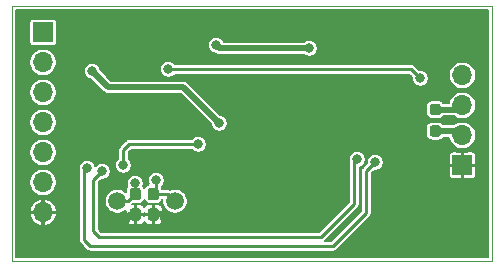
<source format=gbr>
%TF.GenerationSoftware,KiCad,Pcbnew,(5.1.8)-1*%
%TF.CreationDate,2021-01-01T00:53:38+08:00*%
%TF.ProjectId,MCP2517FD-Breakout,4d435032-3531-4374-9644-2d427265616b,rev?*%
%TF.SameCoordinates,Original*%
%TF.FileFunction,Copper,L2,Bot*%
%TF.FilePolarity,Positive*%
%FSLAX46Y46*%
G04 Gerber Fmt 4.6, Leading zero omitted, Abs format (unit mm)*
G04 Created by KiCad (PCBNEW (5.1.8)-1) date 2021-01-01 00:53:38*
%MOMM*%
%LPD*%
G01*
G04 APERTURE LIST*
%TA.AperFunction,Profile*%
%ADD10C,0.050000*%
%TD*%
%TA.AperFunction,ComponentPad*%
%ADD11C,1.500000*%
%TD*%
%TA.AperFunction,ComponentPad*%
%ADD12O,1.700000X1.700000*%
%TD*%
%TA.AperFunction,ComponentPad*%
%ADD13R,1.700000X1.700000*%
%TD*%
%TA.AperFunction,ViaPad*%
%ADD14C,0.800000*%
%TD*%
%TA.AperFunction,Conductor*%
%ADD15C,0.508000*%
%TD*%
%TA.AperFunction,Conductor*%
%ADD16C,0.254000*%
%TD*%
%TA.AperFunction,Conductor*%
%ADD17C,0.127000*%
%TD*%
%TA.AperFunction,Conductor*%
%ADD18C,0.100000*%
%TD*%
G04 APERTURE END LIST*
D10*
X157480000Y-86360000D02*
X157480000Y-107950000D01*
X119888000Y-86360000D02*
X116840000Y-86360000D01*
X157480000Y-86360000D02*
X119888000Y-86360000D01*
X126746000Y-107950000D02*
X157480000Y-107950000D01*
X116840000Y-107950000D02*
X126746000Y-107950000D01*
X116840000Y-86360000D02*
X116840000Y-107950000D01*
D11*
%TO.P,Y1,2*%
%TO.N,Net-(C3-Pad1)*%
X130610000Y-102870000D03*
%TO.P,Y1,1*%
%TO.N,Net-(C2-Pad1)*%
X125730000Y-102870000D03*
%TD*%
%TO.P,R2,2*%
%TO.N,/CANL*%
%TA.AperFunction,SMDPad,CuDef*%
G36*
G01*
X152416500Y-96437000D02*
X152891500Y-96437000D01*
G75*
G02*
X153129000Y-96674500I0J-237500D01*
G01*
X153129000Y-97174500D01*
G75*
G02*
X152891500Y-97412000I-237500J0D01*
G01*
X152416500Y-97412000D01*
G75*
G02*
X152179000Y-97174500I0J237500D01*
G01*
X152179000Y-96674500D01*
G75*
G02*
X152416500Y-96437000I237500J0D01*
G01*
G37*
%TD.AperFunction*%
%TO.P,R2,1*%
%TO.N,/CANH*%
%TA.AperFunction,SMDPad,CuDef*%
G36*
G01*
X152416500Y-94612000D02*
X152891500Y-94612000D01*
G75*
G02*
X153129000Y-94849500I0J-237500D01*
G01*
X153129000Y-95349500D01*
G75*
G02*
X152891500Y-95587000I-237500J0D01*
G01*
X152416500Y-95587000D01*
G75*
G02*
X152179000Y-95349500I0J237500D01*
G01*
X152179000Y-94849500D01*
G75*
G02*
X152416500Y-94612000I237500J0D01*
G01*
G37*
%TD.AperFunction*%
%TD*%
D12*
%TO.P,J2,4*%
%TO.N,N/C*%
X154940000Y-92202000D03*
%TO.P,J2,3*%
%TO.N,/CANH*%
X154940000Y-94742000D03*
%TO.P,J2,2*%
%TO.N,/CANL*%
X154940000Y-97282000D03*
D13*
%TO.P,J2,1*%
%TO.N,GND*%
X154940000Y-99822000D03*
%TD*%
D12*
%TO.P,J1,7*%
%TO.N,GND*%
X119450000Y-103810000D03*
%TO.P,J1,6*%
%TO.N,/nINT*%
X119450000Y-101270000D03*
%TO.P,J1,5*%
%TO.N,/SCK*%
X119450000Y-98730000D03*
%TO.P,J1,4*%
%TO.N,/nCS*%
X119450000Y-96190000D03*
%TO.P,J1,3*%
%TO.N,/SDO*%
X119450000Y-93650000D03*
%TO.P,J1,2*%
%TO.N,/SDI*%
X119450000Y-91110000D03*
D13*
%TO.P,J1,1*%
%TO.N,+5V*%
X119450000Y-88570000D03*
%TD*%
%TO.P,C3,2*%
%TO.N,GND*%
%TA.AperFunction,SMDPad,CuDef*%
G36*
G01*
X128540500Y-103449000D02*
X129015500Y-103449000D01*
G75*
G02*
X129253000Y-103686500I0J-237500D01*
G01*
X129253000Y-104286500D01*
G75*
G02*
X129015500Y-104524000I-237500J0D01*
G01*
X128540500Y-104524000D01*
G75*
G02*
X128303000Y-104286500I0J237500D01*
G01*
X128303000Y-103686500D01*
G75*
G02*
X128540500Y-103449000I237500J0D01*
G01*
G37*
%TD.AperFunction*%
%TO.P,C3,1*%
%TO.N,Net-(C3-Pad1)*%
%TA.AperFunction,SMDPad,CuDef*%
G36*
G01*
X128540500Y-101724000D02*
X129015500Y-101724000D01*
G75*
G02*
X129253000Y-101961500I0J-237500D01*
G01*
X129253000Y-102561500D01*
G75*
G02*
X129015500Y-102799000I-237500J0D01*
G01*
X128540500Y-102799000D01*
G75*
G02*
X128303000Y-102561500I0J237500D01*
G01*
X128303000Y-101961500D01*
G75*
G02*
X128540500Y-101724000I237500J0D01*
G01*
G37*
%TD.AperFunction*%
%TD*%
%TO.P,C2,2*%
%TO.N,GND*%
%TA.AperFunction,SMDPad,CuDef*%
G36*
G01*
X127016500Y-103449000D02*
X127491500Y-103449000D01*
G75*
G02*
X127729000Y-103686500I0J-237500D01*
G01*
X127729000Y-104286500D01*
G75*
G02*
X127491500Y-104524000I-237500J0D01*
G01*
X127016500Y-104524000D01*
G75*
G02*
X126779000Y-104286500I0J237500D01*
G01*
X126779000Y-103686500D01*
G75*
G02*
X127016500Y-103449000I237500J0D01*
G01*
G37*
%TD.AperFunction*%
%TO.P,C2,1*%
%TO.N,Net-(C2-Pad1)*%
%TA.AperFunction,SMDPad,CuDef*%
G36*
G01*
X127016500Y-101724000D02*
X127491500Y-101724000D01*
G75*
G02*
X127729000Y-101961500I0J-237500D01*
G01*
X127729000Y-102561500D01*
G75*
G02*
X127491500Y-102799000I-237500J0D01*
G01*
X127016500Y-102799000D01*
G75*
G02*
X126779000Y-102561500I0J237500D01*
G01*
X126779000Y-101961500D01*
G75*
G02*
X127016500Y-101724000I237500J0D01*
G01*
G37*
%TD.AperFunction*%
%TD*%
D14*
%TO.N,GND*%
X129794000Y-104394000D03*
X126492000Y-104394000D03*
X131572000Y-99822000D03*
X138176000Y-96774000D03*
X144018000Y-93726000D03*
X145034000Y-95250000D03*
X140208000Y-87884000D03*
X125476000Y-91694000D03*
X148590000Y-100838000D03*
X129794000Y-89408000D03*
%TO.N,+3V3*%
X134366000Y-96266000D03*
X123597500Y-91847500D03*
%TO.N,Net-(C2-Pad1)*%
X127254000Y-101346000D03*
%TO.N,Net-(C3-Pad1)*%
X129032000Y-101092000D03*
%TO.N,+5V*%
X134112000Y-89662000D03*
X141986000Y-89916000D03*
%TO.N,Net-(TP1-Pad1)*%
X126238000Y-99822000D03*
X132588000Y-98044000D03*
%TO.N,/xSTBY*%
X130048000Y-91694000D03*
X151384000Y-92456000D03*
%TO.N,/TXCAN*%
X123190000Y-100076000D03*
X147574000Y-99568000D03*
%TO.N,/RXCAN*%
X124460000Y-100330000D03*
X146050000Y-99314000D03*
%TD*%
D15*
%TO.N,GND*%
X128778000Y-103986500D02*
X129386500Y-103986500D01*
X129386500Y-103986500D02*
X129794000Y-104394000D01*
X126899500Y-103986500D02*
X126492000Y-104394000D01*
X127254000Y-103986500D02*
X126899500Y-103986500D01*
%TO.N,+3V3*%
X134366000Y-96266000D02*
X131318000Y-93218000D01*
X124968000Y-93218000D02*
X123597500Y-91847500D01*
X131318000Y-93218000D02*
X124968000Y-93218000D01*
D16*
%TO.N,Net-(C2-Pad1)*%
X127254000Y-101346000D02*
X127254000Y-102261500D01*
X126645500Y-102870000D02*
X127254000Y-102261500D01*
X125730000Y-102870000D02*
X126645500Y-102870000D01*
%TO.N,Net-(C3-Pad1)*%
X129032000Y-102007500D02*
X128778000Y-102261500D01*
X129032000Y-101092000D02*
X129032000Y-102007500D01*
X130001500Y-102261500D02*
X130610000Y-102870000D01*
X128778000Y-102261500D02*
X130001500Y-102261500D01*
D15*
%TO.N,+5V*%
X134112000Y-89662000D02*
X134366000Y-89916000D01*
X134366000Y-89916000D02*
X141986000Y-89916000D01*
%TO.N,/CANH*%
X154582500Y-95099500D02*
X154940000Y-94742000D01*
X152654000Y-95099500D02*
X154582500Y-95099500D01*
%TO.N,/CANL*%
X154582500Y-96924500D02*
X154940000Y-97282000D01*
X152654000Y-96924500D02*
X154582500Y-96924500D01*
D16*
%TO.N,Net-(TP1-Pad1)*%
X126238000Y-98552000D02*
X126238000Y-99822000D01*
X126746000Y-98044000D02*
X126238000Y-98552000D01*
X132588000Y-98044000D02*
X126746000Y-98044000D01*
%TO.N,/xSTBY*%
X150622000Y-91694000D02*
X151384000Y-92456000D01*
X130048000Y-91694000D02*
X150622000Y-91694000D01*
%TO.N,/TXCAN*%
X123190000Y-100076000D02*
X122936000Y-100330000D01*
X122936000Y-100330000D02*
X122936000Y-106172000D01*
X122936000Y-106172000D02*
X123444000Y-106680000D01*
X123444000Y-106680000D02*
X144018000Y-106680000D01*
X144018000Y-106680000D02*
X146812000Y-103886000D01*
X146812000Y-103886000D02*
X146812000Y-100330000D01*
X146812000Y-100330000D02*
X147574000Y-99568000D01*
%TO.N,/RXCAN*%
X124460000Y-100330000D02*
X123952000Y-100838000D01*
X123952000Y-100838000D02*
X123698000Y-101092000D01*
X123698000Y-101092000D02*
X123698000Y-105410000D01*
X123698000Y-105410000D02*
X124206000Y-105918000D01*
X124206000Y-105918000D02*
X143002000Y-105918000D01*
X143002000Y-105918000D02*
X145796000Y-103124000D01*
X145796000Y-99568000D02*
X146050000Y-99314000D01*
X145796000Y-103124000D02*
X145796000Y-99568000D01*
%TD*%
D17*
%TO.N,GND*%
X157137501Y-107607500D02*
X117182500Y-107607500D01*
X117182500Y-104055085D01*
X118308514Y-104055085D01*
X118364724Y-104240396D01*
X118469543Y-104443853D01*
X118612041Y-104622951D01*
X118786741Y-104770808D01*
X118986930Y-104881742D01*
X119204914Y-104951489D01*
X119386500Y-104896400D01*
X119386500Y-103873500D01*
X119513500Y-103873500D01*
X119513500Y-104896400D01*
X119695086Y-104951489D01*
X119913070Y-104881742D01*
X120113259Y-104770808D01*
X120287959Y-104622951D01*
X120430457Y-104443853D01*
X120535276Y-104240396D01*
X120591486Y-104055085D01*
X120536271Y-103873500D01*
X119513500Y-103873500D01*
X119386500Y-103873500D01*
X118363729Y-103873500D01*
X118308514Y-104055085D01*
X117182500Y-104055085D01*
X117182500Y-103564915D01*
X118308514Y-103564915D01*
X118363729Y-103746500D01*
X119386500Y-103746500D01*
X119386500Y-102723600D01*
X119513500Y-102723600D01*
X119513500Y-103746500D01*
X120536271Y-103746500D01*
X120591486Y-103564915D01*
X120535276Y-103379604D01*
X120430457Y-103176147D01*
X120287959Y-102997049D01*
X120113259Y-102849192D01*
X119913070Y-102738258D01*
X119695086Y-102668511D01*
X119513500Y-102723600D01*
X119386500Y-102723600D01*
X119204914Y-102668511D01*
X118986930Y-102738258D01*
X118786741Y-102849192D01*
X118612041Y-102997049D01*
X118469543Y-103176147D01*
X118364724Y-103379604D01*
X118308514Y-103564915D01*
X117182500Y-103564915D01*
X117182500Y-101155011D01*
X118282500Y-101155011D01*
X118282500Y-101384989D01*
X118327366Y-101610547D01*
X118415375Y-101823019D01*
X118543144Y-102014238D01*
X118705762Y-102176856D01*
X118896981Y-102304625D01*
X119109453Y-102392634D01*
X119335011Y-102437500D01*
X119564989Y-102437500D01*
X119790547Y-102392634D01*
X120003019Y-102304625D01*
X120194238Y-102176856D01*
X120356856Y-102014238D01*
X120484625Y-101823019D01*
X120572634Y-101610547D01*
X120617500Y-101384989D01*
X120617500Y-101155011D01*
X120572634Y-100929453D01*
X120484625Y-100716981D01*
X120356856Y-100525762D01*
X120194238Y-100363144D01*
X120003019Y-100235375D01*
X119790547Y-100147366D01*
X119564989Y-100102500D01*
X119335011Y-100102500D01*
X119109453Y-100147366D01*
X118896981Y-100235375D01*
X118705762Y-100363144D01*
X118543144Y-100525762D01*
X118415375Y-100716981D01*
X118327366Y-100929453D01*
X118282500Y-101155011D01*
X117182500Y-101155011D01*
X117182500Y-100005332D01*
X122472500Y-100005332D01*
X122472500Y-100146668D01*
X122495847Y-100264039D01*
X122491500Y-100308171D01*
X122491500Y-100308180D01*
X122489351Y-100330000D01*
X122491500Y-100351820D01*
X122491501Y-106150170D01*
X122489351Y-106172000D01*
X122497933Y-106259137D01*
X122523349Y-106342925D01*
X122564624Y-106420145D01*
X122606255Y-106470872D01*
X122606259Y-106470876D01*
X122620172Y-106487829D01*
X122637125Y-106501742D01*
X123114258Y-106978876D01*
X123128171Y-106995829D01*
X123145124Y-107009742D01*
X123145126Y-107009744D01*
X123195853Y-107051375D01*
X123195855Y-107051376D01*
X123273074Y-107092651D01*
X123356863Y-107118068D01*
X123422170Y-107124500D01*
X123422179Y-107124500D01*
X123443999Y-107126649D01*
X123465819Y-107124500D01*
X143996180Y-107124500D01*
X144018000Y-107126649D01*
X144039820Y-107124500D01*
X144039830Y-107124500D01*
X144105137Y-107118068D01*
X144188926Y-107092651D01*
X144266145Y-107051376D01*
X144333829Y-106995829D01*
X144347747Y-106978870D01*
X147110877Y-104215741D01*
X147127829Y-104201829D01*
X147141742Y-104184876D01*
X147141745Y-104184873D01*
X147183376Y-104134146D01*
X147224651Y-104056926D01*
X147226752Y-104050000D01*
X147250068Y-103973137D01*
X147256500Y-103907830D01*
X147256500Y-103907820D01*
X147258649Y-103886000D01*
X147256500Y-103864180D01*
X147256500Y-100672000D01*
X153770964Y-100672000D01*
X153777094Y-100734241D01*
X153795249Y-100794090D01*
X153824731Y-100849247D01*
X153864407Y-100897593D01*
X153912753Y-100937269D01*
X153967910Y-100966751D01*
X154027759Y-100984906D01*
X154090000Y-100991036D01*
X154797125Y-100989500D01*
X154876500Y-100910125D01*
X154876500Y-99885500D01*
X155003500Y-99885500D01*
X155003500Y-100910125D01*
X155082875Y-100989500D01*
X155790000Y-100991036D01*
X155852241Y-100984906D01*
X155912090Y-100966751D01*
X155967247Y-100937269D01*
X156015593Y-100897593D01*
X156055269Y-100849247D01*
X156084751Y-100794090D01*
X156102906Y-100734241D01*
X156109036Y-100672000D01*
X156107500Y-99964875D01*
X156028125Y-99885500D01*
X155003500Y-99885500D01*
X154876500Y-99885500D01*
X153851875Y-99885500D01*
X153772500Y-99964875D01*
X153770964Y-100672000D01*
X147256500Y-100672000D01*
X147256500Y-100514117D01*
X147488139Y-100282478D01*
X147503332Y-100285500D01*
X147644668Y-100285500D01*
X147783287Y-100257927D01*
X147913864Y-100203841D01*
X148031380Y-100125319D01*
X148131319Y-100025380D01*
X148209841Y-99907864D01*
X148263927Y-99777287D01*
X148291500Y-99638668D01*
X148291500Y-99497332D01*
X148263927Y-99358713D01*
X148209841Y-99228136D01*
X148131319Y-99110620D01*
X148031380Y-99010681D01*
X147973491Y-98972000D01*
X153770964Y-98972000D01*
X153772500Y-99679125D01*
X153851875Y-99758500D01*
X154876500Y-99758500D01*
X154876500Y-98733875D01*
X155003500Y-98733875D01*
X155003500Y-99758500D01*
X156028125Y-99758500D01*
X156107500Y-99679125D01*
X156109036Y-98972000D01*
X156102906Y-98909759D01*
X156084751Y-98849910D01*
X156055269Y-98794753D01*
X156015593Y-98746407D01*
X155967247Y-98706731D01*
X155912090Y-98677249D01*
X155852241Y-98659094D01*
X155790000Y-98652964D01*
X155082875Y-98654500D01*
X155003500Y-98733875D01*
X154876500Y-98733875D01*
X154797125Y-98654500D01*
X154090000Y-98652964D01*
X154027759Y-98659094D01*
X153967910Y-98677249D01*
X153912753Y-98706731D01*
X153864407Y-98746407D01*
X153824731Y-98794753D01*
X153795249Y-98849910D01*
X153777094Y-98909759D01*
X153770964Y-98972000D01*
X147973491Y-98972000D01*
X147913864Y-98932159D01*
X147783287Y-98878073D01*
X147644668Y-98850500D01*
X147503332Y-98850500D01*
X147364713Y-98878073D01*
X147234136Y-98932159D01*
X147116620Y-99010681D01*
X147016681Y-99110620D01*
X146938159Y-99228136D01*
X146884073Y-99358713D01*
X146856500Y-99497332D01*
X146856500Y-99638668D01*
X146859522Y-99653861D01*
X146513127Y-100000256D01*
X146496172Y-100014171D01*
X146482259Y-100031124D01*
X146482255Y-100031128D01*
X146440624Y-100081855D01*
X146399349Y-100159075D01*
X146373933Y-100242863D01*
X146365351Y-100330000D01*
X146367501Y-100351830D01*
X146367500Y-103701882D01*
X143833883Y-106235500D01*
X143315793Y-106235500D01*
X143317829Y-106233829D01*
X143331747Y-106216870D01*
X146094877Y-103453741D01*
X146111829Y-103439829D01*
X146125742Y-103422876D01*
X146125745Y-103422873D01*
X146167376Y-103372146D01*
X146208651Y-103294926D01*
X146208651Y-103294925D01*
X146234068Y-103211137D01*
X146240500Y-103145830D01*
X146240500Y-103145820D01*
X146242649Y-103124000D01*
X146240500Y-103102180D01*
X146240500Y-100007664D01*
X146259287Y-100003927D01*
X146389864Y-99949841D01*
X146507380Y-99871319D01*
X146607319Y-99771380D01*
X146685841Y-99653864D01*
X146739927Y-99523287D01*
X146767500Y-99384668D01*
X146767500Y-99243332D01*
X146739927Y-99104713D01*
X146685841Y-98974136D01*
X146607319Y-98856620D01*
X146507380Y-98756681D01*
X146389864Y-98678159D01*
X146259287Y-98624073D01*
X146120668Y-98596500D01*
X145979332Y-98596500D01*
X145840713Y-98624073D01*
X145710136Y-98678159D01*
X145592620Y-98756681D01*
X145492681Y-98856620D01*
X145414159Y-98974136D01*
X145360073Y-99104713D01*
X145332500Y-99243332D01*
X145332500Y-99384668D01*
X145355847Y-99502042D01*
X145349351Y-99568000D01*
X145351501Y-99589830D01*
X145351500Y-102939882D01*
X142817883Y-105473500D01*
X124390118Y-105473500D01*
X124142500Y-105225883D01*
X124142500Y-104524000D01*
X126459964Y-104524000D01*
X126466094Y-104586241D01*
X126484249Y-104646090D01*
X126513731Y-104701247D01*
X126553407Y-104749593D01*
X126601753Y-104789269D01*
X126656910Y-104818751D01*
X126716759Y-104836906D01*
X126779000Y-104843036D01*
X127111125Y-104841500D01*
X127190500Y-104762125D01*
X127190500Y-104050000D01*
X127317500Y-104050000D01*
X127317500Y-104762125D01*
X127396875Y-104841500D01*
X127729000Y-104843036D01*
X127791241Y-104836906D01*
X127851090Y-104818751D01*
X127906247Y-104789269D01*
X127954593Y-104749593D01*
X127994269Y-104701247D01*
X128016000Y-104660591D01*
X128037731Y-104701247D01*
X128077407Y-104749593D01*
X128125753Y-104789269D01*
X128180910Y-104818751D01*
X128240759Y-104836906D01*
X128303000Y-104843036D01*
X128635125Y-104841500D01*
X128714500Y-104762125D01*
X128714500Y-104050000D01*
X128841500Y-104050000D01*
X128841500Y-104762125D01*
X128920875Y-104841500D01*
X129253000Y-104843036D01*
X129315241Y-104836906D01*
X129375090Y-104818751D01*
X129430247Y-104789269D01*
X129478593Y-104749593D01*
X129518269Y-104701247D01*
X129547751Y-104646090D01*
X129565906Y-104586241D01*
X129572036Y-104524000D01*
X129570500Y-104129375D01*
X129491125Y-104050000D01*
X128841500Y-104050000D01*
X128714500Y-104050000D01*
X128064875Y-104050000D01*
X128016000Y-104098875D01*
X127967125Y-104050000D01*
X127317500Y-104050000D01*
X127190500Y-104050000D01*
X126540875Y-104050000D01*
X126461500Y-104129375D01*
X126459964Y-104524000D01*
X124142500Y-104524000D01*
X124142500Y-102764860D01*
X124662500Y-102764860D01*
X124662500Y-102975140D01*
X124703524Y-103181378D01*
X124783994Y-103375651D01*
X124900819Y-103550491D01*
X125049509Y-103699181D01*
X125224349Y-103816006D01*
X125418622Y-103896476D01*
X125624860Y-103937500D01*
X125835140Y-103937500D01*
X126041378Y-103896476D01*
X126235651Y-103816006D01*
X126410491Y-103699181D01*
X126460742Y-103648930D01*
X126461500Y-103843625D01*
X126540875Y-103923000D01*
X127190500Y-103923000D01*
X127190500Y-103210875D01*
X127317500Y-103210875D01*
X127317500Y-103923000D01*
X127967125Y-103923000D01*
X128016000Y-103874125D01*
X128064875Y-103923000D01*
X128714500Y-103923000D01*
X128714500Y-103210875D01*
X128841500Y-103210875D01*
X128841500Y-103923000D01*
X129491125Y-103923000D01*
X129570500Y-103843625D01*
X129572036Y-103449000D01*
X129565906Y-103386759D01*
X129547751Y-103326910D01*
X129518269Y-103271753D01*
X129478593Y-103223407D01*
X129430247Y-103183731D01*
X129375090Y-103154249D01*
X129315241Y-103136094D01*
X129253000Y-103129964D01*
X128920875Y-103131500D01*
X128841500Y-103210875D01*
X128714500Y-103210875D01*
X128635125Y-103131500D01*
X128303000Y-103129964D01*
X128240759Y-103136094D01*
X128180910Y-103154249D01*
X128125753Y-103183731D01*
X128077407Y-103223407D01*
X128037731Y-103271753D01*
X128016000Y-103312409D01*
X127994269Y-103271753D01*
X127954593Y-103223407D01*
X127906247Y-103183731D01*
X127851090Y-103154249D01*
X127791241Y-103136094D01*
X127729000Y-103129964D01*
X127396875Y-103131500D01*
X127317500Y-103210875D01*
X127190500Y-103210875D01*
X127111125Y-103131500D01*
X127013071Y-103131047D01*
X127026081Y-103118036D01*
X127491500Y-103118036D01*
X127600075Y-103107342D01*
X127704477Y-103075672D01*
X127800695Y-103024243D01*
X127885030Y-102955030D01*
X127954243Y-102870695D01*
X128005672Y-102774477D01*
X128016000Y-102740430D01*
X128026328Y-102774477D01*
X128077757Y-102870695D01*
X128146970Y-102955030D01*
X128231305Y-103024243D01*
X128327523Y-103075672D01*
X128431925Y-103107342D01*
X128540500Y-103118036D01*
X129015500Y-103118036D01*
X129124075Y-103107342D01*
X129228477Y-103075672D01*
X129324695Y-103024243D01*
X129409030Y-102955030D01*
X129478243Y-102870695D01*
X129529672Y-102774477D01*
X129550444Y-102706000D01*
X129554208Y-102706000D01*
X129542500Y-102764860D01*
X129542500Y-102975140D01*
X129583524Y-103181378D01*
X129663994Y-103375651D01*
X129780819Y-103550491D01*
X129929509Y-103699181D01*
X130104349Y-103816006D01*
X130298622Y-103896476D01*
X130504860Y-103937500D01*
X130715140Y-103937500D01*
X130921378Y-103896476D01*
X131115651Y-103816006D01*
X131290491Y-103699181D01*
X131439181Y-103550491D01*
X131556006Y-103375651D01*
X131636476Y-103181378D01*
X131677500Y-102975140D01*
X131677500Y-102764860D01*
X131636476Y-102558622D01*
X131556006Y-102364349D01*
X131439181Y-102189509D01*
X131290491Y-102040819D01*
X131115651Y-101923994D01*
X130921378Y-101843524D01*
X130715140Y-101802500D01*
X130504860Y-101802500D01*
X130298622Y-101843524D01*
X130221910Y-101875299D01*
X130172426Y-101848849D01*
X130088637Y-101823432D01*
X130023330Y-101817000D01*
X130023320Y-101817000D01*
X130001500Y-101814851D01*
X129979680Y-101817000D01*
X129550444Y-101817000D01*
X129529672Y-101748523D01*
X129479998Y-101655588D01*
X129489380Y-101649319D01*
X129589319Y-101549380D01*
X129667841Y-101431864D01*
X129721927Y-101301287D01*
X129749500Y-101162668D01*
X129749500Y-101021332D01*
X129721927Y-100882713D01*
X129667841Y-100752136D01*
X129589319Y-100634620D01*
X129489380Y-100534681D01*
X129371864Y-100456159D01*
X129241287Y-100402073D01*
X129102668Y-100374500D01*
X128961332Y-100374500D01*
X128822713Y-100402073D01*
X128692136Y-100456159D01*
X128574620Y-100534681D01*
X128474681Y-100634620D01*
X128396159Y-100752136D01*
X128342073Y-100882713D01*
X128314500Y-101021332D01*
X128314500Y-101162668D01*
X128342073Y-101301287D01*
X128394188Y-101427105D01*
X128327523Y-101447328D01*
X128231305Y-101498757D01*
X128146970Y-101567970D01*
X128077757Y-101652305D01*
X128026328Y-101748523D01*
X128016000Y-101782570D01*
X128005672Y-101748523D01*
X127954243Y-101652305D01*
X127920681Y-101611410D01*
X127943927Y-101555287D01*
X127971500Y-101416668D01*
X127971500Y-101275332D01*
X127943927Y-101136713D01*
X127889841Y-101006136D01*
X127811319Y-100888620D01*
X127711380Y-100788681D01*
X127593864Y-100710159D01*
X127463287Y-100656073D01*
X127324668Y-100628500D01*
X127183332Y-100628500D01*
X127044713Y-100656073D01*
X126914136Y-100710159D01*
X126796620Y-100788681D01*
X126696681Y-100888620D01*
X126618159Y-101006136D01*
X126564073Y-101136713D01*
X126536500Y-101275332D01*
X126536500Y-101416668D01*
X126564073Y-101555287D01*
X126587319Y-101611410D01*
X126553757Y-101652305D01*
X126502328Y-101748523D01*
X126470658Y-101852925D01*
X126459964Y-101961500D01*
X126459964Y-102090292D01*
X126410491Y-102040819D01*
X126235651Y-101923994D01*
X126041378Y-101843524D01*
X125835140Y-101802500D01*
X125624860Y-101802500D01*
X125418622Y-101843524D01*
X125224349Y-101923994D01*
X125049509Y-102040819D01*
X124900819Y-102189509D01*
X124783994Y-102364349D01*
X124703524Y-102558622D01*
X124662500Y-102764860D01*
X124142500Y-102764860D01*
X124142500Y-101276116D01*
X124250867Y-101167749D01*
X124250872Y-101167745D01*
X124374139Y-101044478D01*
X124389332Y-101047500D01*
X124530668Y-101047500D01*
X124669287Y-101019927D01*
X124799864Y-100965841D01*
X124917380Y-100887319D01*
X125017319Y-100787380D01*
X125095841Y-100669864D01*
X125149927Y-100539287D01*
X125177500Y-100400668D01*
X125177500Y-100259332D01*
X125149927Y-100120713D01*
X125095841Y-99990136D01*
X125017319Y-99872620D01*
X124917380Y-99772681D01*
X124885430Y-99751332D01*
X125520500Y-99751332D01*
X125520500Y-99892668D01*
X125548073Y-100031287D01*
X125602159Y-100161864D01*
X125680681Y-100279380D01*
X125780620Y-100379319D01*
X125898136Y-100457841D01*
X126028713Y-100511927D01*
X126167332Y-100539500D01*
X126308668Y-100539500D01*
X126447287Y-100511927D01*
X126577864Y-100457841D01*
X126695380Y-100379319D01*
X126795319Y-100279380D01*
X126873841Y-100161864D01*
X126927927Y-100031287D01*
X126955500Y-99892668D01*
X126955500Y-99751332D01*
X126927927Y-99612713D01*
X126873841Y-99482136D01*
X126795319Y-99364620D01*
X126695380Y-99264681D01*
X126682500Y-99256075D01*
X126682500Y-98736117D01*
X126930118Y-98488500D01*
X132022075Y-98488500D01*
X132030681Y-98501380D01*
X132130620Y-98601319D01*
X132248136Y-98679841D01*
X132378713Y-98733927D01*
X132517332Y-98761500D01*
X132658668Y-98761500D01*
X132797287Y-98733927D01*
X132927864Y-98679841D01*
X133045380Y-98601319D01*
X133145319Y-98501380D01*
X133223841Y-98383864D01*
X133277927Y-98253287D01*
X133305500Y-98114668D01*
X133305500Y-97973332D01*
X133277927Y-97834713D01*
X133223841Y-97704136D01*
X133145319Y-97586620D01*
X133045380Y-97486681D01*
X132927864Y-97408159D01*
X132797287Y-97354073D01*
X132658668Y-97326500D01*
X132517332Y-97326500D01*
X132378713Y-97354073D01*
X132248136Y-97408159D01*
X132130620Y-97486681D01*
X132030681Y-97586620D01*
X132022075Y-97599500D01*
X126767819Y-97599500D01*
X126745999Y-97597351D01*
X126724179Y-97599500D01*
X126724170Y-97599500D01*
X126658863Y-97605932D01*
X126575074Y-97631349D01*
X126502840Y-97669960D01*
X126497853Y-97672625D01*
X126447126Y-97714256D01*
X126430171Y-97728171D01*
X126416258Y-97745124D01*
X125939129Y-98222254D01*
X125922171Y-98236171D01*
X125904185Y-98258087D01*
X125866624Y-98303855D01*
X125845768Y-98342874D01*
X125825349Y-98381075D01*
X125799932Y-98464864D01*
X125793500Y-98530171D01*
X125793500Y-98530180D01*
X125791351Y-98552000D01*
X125793500Y-98573820D01*
X125793501Y-99256074D01*
X125780620Y-99264681D01*
X125680681Y-99364620D01*
X125602159Y-99482136D01*
X125548073Y-99612713D01*
X125520500Y-99751332D01*
X124885430Y-99751332D01*
X124799864Y-99694159D01*
X124669287Y-99640073D01*
X124530668Y-99612500D01*
X124389332Y-99612500D01*
X124250713Y-99640073D01*
X124120136Y-99694159D01*
X124002620Y-99772681D01*
X123902681Y-99872620D01*
X123886052Y-99897507D01*
X123879927Y-99866713D01*
X123825841Y-99736136D01*
X123747319Y-99618620D01*
X123647380Y-99518681D01*
X123529864Y-99440159D01*
X123399287Y-99386073D01*
X123260668Y-99358500D01*
X123119332Y-99358500D01*
X122980713Y-99386073D01*
X122850136Y-99440159D01*
X122732620Y-99518681D01*
X122632681Y-99618620D01*
X122554159Y-99736136D01*
X122500073Y-99866713D01*
X122472500Y-100005332D01*
X117182500Y-100005332D01*
X117182500Y-98615011D01*
X118282500Y-98615011D01*
X118282500Y-98844989D01*
X118327366Y-99070547D01*
X118415375Y-99283019D01*
X118543144Y-99474238D01*
X118705762Y-99636856D01*
X118896981Y-99764625D01*
X119109453Y-99852634D01*
X119335011Y-99897500D01*
X119564989Y-99897500D01*
X119790547Y-99852634D01*
X120003019Y-99764625D01*
X120194238Y-99636856D01*
X120356856Y-99474238D01*
X120484625Y-99283019D01*
X120572634Y-99070547D01*
X120617500Y-98844989D01*
X120617500Y-98615011D01*
X120572634Y-98389453D01*
X120484625Y-98176981D01*
X120356856Y-97985762D01*
X120194238Y-97823144D01*
X120003019Y-97695375D01*
X119790547Y-97607366D01*
X119564989Y-97562500D01*
X119335011Y-97562500D01*
X119109453Y-97607366D01*
X118896981Y-97695375D01*
X118705762Y-97823144D01*
X118543144Y-97985762D01*
X118415375Y-98176981D01*
X118327366Y-98389453D01*
X118282500Y-98615011D01*
X117182500Y-98615011D01*
X117182500Y-96075011D01*
X118282500Y-96075011D01*
X118282500Y-96304989D01*
X118327366Y-96530547D01*
X118415375Y-96743019D01*
X118543144Y-96934238D01*
X118705762Y-97096856D01*
X118896981Y-97224625D01*
X119109453Y-97312634D01*
X119335011Y-97357500D01*
X119564989Y-97357500D01*
X119790547Y-97312634D01*
X120003019Y-97224625D01*
X120194238Y-97096856D01*
X120356856Y-96934238D01*
X120484625Y-96743019D01*
X120572634Y-96530547D01*
X120617500Y-96304989D01*
X120617500Y-96075011D01*
X120572634Y-95849453D01*
X120484625Y-95636981D01*
X120356856Y-95445762D01*
X120194238Y-95283144D01*
X120003019Y-95155375D01*
X119790547Y-95067366D01*
X119564989Y-95022500D01*
X119335011Y-95022500D01*
X119109453Y-95067366D01*
X118896981Y-95155375D01*
X118705762Y-95283144D01*
X118543144Y-95445762D01*
X118415375Y-95636981D01*
X118327366Y-95849453D01*
X118282500Y-96075011D01*
X117182500Y-96075011D01*
X117182500Y-93535011D01*
X118282500Y-93535011D01*
X118282500Y-93764989D01*
X118327366Y-93990547D01*
X118415375Y-94203019D01*
X118543144Y-94394238D01*
X118705762Y-94556856D01*
X118896981Y-94684625D01*
X119109453Y-94772634D01*
X119335011Y-94817500D01*
X119564989Y-94817500D01*
X119790547Y-94772634D01*
X120003019Y-94684625D01*
X120194238Y-94556856D01*
X120356856Y-94394238D01*
X120484625Y-94203019D01*
X120572634Y-93990547D01*
X120617500Y-93764989D01*
X120617500Y-93535011D01*
X120572634Y-93309453D01*
X120484625Y-93096981D01*
X120356856Y-92905762D01*
X120194238Y-92743144D01*
X120003019Y-92615375D01*
X119790547Y-92527366D01*
X119564989Y-92482500D01*
X119335011Y-92482500D01*
X119109453Y-92527366D01*
X118896981Y-92615375D01*
X118705762Y-92743144D01*
X118543144Y-92905762D01*
X118415375Y-93096981D01*
X118327366Y-93309453D01*
X118282500Y-93535011D01*
X117182500Y-93535011D01*
X117182500Y-90995011D01*
X118282500Y-90995011D01*
X118282500Y-91224989D01*
X118327366Y-91450547D01*
X118415375Y-91663019D01*
X118543144Y-91854238D01*
X118705762Y-92016856D01*
X118896981Y-92144625D01*
X119109453Y-92232634D01*
X119335011Y-92277500D01*
X119564989Y-92277500D01*
X119790547Y-92232634D01*
X120003019Y-92144625D01*
X120194238Y-92016856D01*
X120356856Y-91854238D01*
X120408577Y-91776832D01*
X122880000Y-91776832D01*
X122880000Y-91918168D01*
X122907573Y-92056787D01*
X122961659Y-92187364D01*
X123040181Y-92304880D01*
X123140120Y-92404819D01*
X123257636Y-92483341D01*
X123388213Y-92537427D01*
X123501798Y-92560020D01*
X124544034Y-93602257D01*
X124561933Y-93624067D01*
X124648955Y-93695484D01*
X124748238Y-93748552D01*
X124855966Y-93781231D01*
X124968000Y-93792265D01*
X124996074Y-93789500D01*
X131081278Y-93789500D01*
X133653480Y-96361703D01*
X133676073Y-96475287D01*
X133730159Y-96605864D01*
X133808681Y-96723380D01*
X133908620Y-96823319D01*
X134026136Y-96901841D01*
X134156713Y-96955927D01*
X134295332Y-96983500D01*
X134436668Y-96983500D01*
X134575287Y-96955927D01*
X134705864Y-96901841D01*
X134823380Y-96823319D01*
X134923319Y-96723380D01*
X134955979Y-96674500D01*
X151859964Y-96674500D01*
X151859964Y-97174500D01*
X151870658Y-97283075D01*
X151902328Y-97387477D01*
X151953757Y-97483695D01*
X152022970Y-97568030D01*
X152107305Y-97637243D01*
X152203523Y-97688672D01*
X152307925Y-97720342D01*
X152416500Y-97731036D01*
X152891500Y-97731036D01*
X153000075Y-97720342D01*
X153104477Y-97688672D01*
X153200695Y-97637243D01*
X153285030Y-97568030D01*
X153344144Y-97496000D01*
X153792194Y-97496000D01*
X153817366Y-97622547D01*
X153905375Y-97835019D01*
X154033144Y-98026238D01*
X154195762Y-98188856D01*
X154386981Y-98316625D01*
X154599453Y-98404634D01*
X154825011Y-98449500D01*
X155054989Y-98449500D01*
X155280547Y-98404634D01*
X155493019Y-98316625D01*
X155684238Y-98188856D01*
X155846856Y-98026238D01*
X155974625Y-97835019D01*
X156062634Y-97622547D01*
X156107500Y-97396989D01*
X156107500Y-97167011D01*
X156062634Y-96941453D01*
X155974625Y-96728981D01*
X155846856Y-96537762D01*
X155684238Y-96375144D01*
X155493019Y-96247375D01*
X155280547Y-96159366D01*
X155054989Y-96114500D01*
X154825011Y-96114500D01*
X154599453Y-96159366D01*
X154386981Y-96247375D01*
X154228903Y-96353000D01*
X153344144Y-96353000D01*
X153285030Y-96280970D01*
X153200695Y-96211757D01*
X153104477Y-96160328D01*
X153000075Y-96128658D01*
X152891500Y-96117964D01*
X152416500Y-96117964D01*
X152307925Y-96128658D01*
X152203523Y-96160328D01*
X152107305Y-96211757D01*
X152022970Y-96280970D01*
X151953757Y-96365305D01*
X151902328Y-96461523D01*
X151870658Y-96565925D01*
X151859964Y-96674500D01*
X134955979Y-96674500D01*
X135001841Y-96605864D01*
X135055927Y-96475287D01*
X135083500Y-96336668D01*
X135083500Y-96195332D01*
X135055927Y-96056713D01*
X135001841Y-95926136D01*
X134923319Y-95808620D01*
X134823380Y-95708681D01*
X134705864Y-95630159D01*
X134575287Y-95576073D01*
X134461703Y-95553480D01*
X133757723Y-94849500D01*
X151859964Y-94849500D01*
X151859964Y-95349500D01*
X151870658Y-95458075D01*
X151902328Y-95562477D01*
X151953757Y-95658695D01*
X152022970Y-95743030D01*
X152107305Y-95812243D01*
X152203523Y-95863672D01*
X152307925Y-95895342D01*
X152416500Y-95906036D01*
X152891500Y-95906036D01*
X153000075Y-95895342D01*
X153104477Y-95863672D01*
X153200695Y-95812243D01*
X153285030Y-95743030D01*
X153344144Y-95671000D01*
X154228903Y-95671000D01*
X154386981Y-95776625D01*
X154599453Y-95864634D01*
X154825011Y-95909500D01*
X155054989Y-95909500D01*
X155280547Y-95864634D01*
X155493019Y-95776625D01*
X155684238Y-95648856D01*
X155846856Y-95486238D01*
X155974625Y-95295019D01*
X156062634Y-95082547D01*
X156107500Y-94856989D01*
X156107500Y-94627011D01*
X156062634Y-94401453D01*
X155974625Y-94188981D01*
X155846856Y-93997762D01*
X155684238Y-93835144D01*
X155493019Y-93707375D01*
X155280547Y-93619366D01*
X155054989Y-93574500D01*
X154825011Y-93574500D01*
X154599453Y-93619366D01*
X154386981Y-93707375D01*
X154195762Y-93835144D01*
X154033144Y-93997762D01*
X153905375Y-94188981D01*
X153817366Y-94401453D01*
X153792194Y-94528000D01*
X153344144Y-94528000D01*
X153285030Y-94455970D01*
X153200695Y-94386757D01*
X153104477Y-94335328D01*
X153000075Y-94303658D01*
X152891500Y-94292964D01*
X152416500Y-94292964D01*
X152307925Y-94303658D01*
X152203523Y-94335328D01*
X152107305Y-94386757D01*
X152022970Y-94455970D01*
X151953757Y-94540305D01*
X151902328Y-94636523D01*
X151870658Y-94740925D01*
X151859964Y-94849500D01*
X133757723Y-94849500D01*
X131741970Y-92833748D01*
X131724067Y-92811933D01*
X131637045Y-92740516D01*
X131537762Y-92687448D01*
X131430034Y-92654769D01*
X131346074Y-92646500D01*
X131318000Y-92643735D01*
X131289926Y-92646500D01*
X125204723Y-92646500D01*
X124310020Y-91751798D01*
X124287427Y-91638213D01*
X124281264Y-91623332D01*
X129330500Y-91623332D01*
X129330500Y-91764668D01*
X129358073Y-91903287D01*
X129412159Y-92033864D01*
X129490681Y-92151380D01*
X129590620Y-92251319D01*
X129708136Y-92329841D01*
X129838713Y-92383927D01*
X129977332Y-92411500D01*
X130118668Y-92411500D01*
X130257287Y-92383927D01*
X130387864Y-92329841D01*
X130505380Y-92251319D01*
X130605319Y-92151380D01*
X130613925Y-92138500D01*
X150437883Y-92138500D01*
X150669522Y-92370139D01*
X150666500Y-92385332D01*
X150666500Y-92526668D01*
X150694073Y-92665287D01*
X150748159Y-92795864D01*
X150826681Y-92913380D01*
X150926620Y-93013319D01*
X151044136Y-93091841D01*
X151174713Y-93145927D01*
X151313332Y-93173500D01*
X151454668Y-93173500D01*
X151593287Y-93145927D01*
X151723864Y-93091841D01*
X151841380Y-93013319D01*
X151941319Y-92913380D01*
X152019841Y-92795864D01*
X152073927Y-92665287D01*
X152101500Y-92526668D01*
X152101500Y-92385332D01*
X152073927Y-92246713D01*
X152019841Y-92116136D01*
X152000381Y-92087011D01*
X153772500Y-92087011D01*
X153772500Y-92316989D01*
X153817366Y-92542547D01*
X153905375Y-92755019D01*
X154033144Y-92946238D01*
X154195762Y-93108856D01*
X154386981Y-93236625D01*
X154599453Y-93324634D01*
X154825011Y-93369500D01*
X155054989Y-93369500D01*
X155280547Y-93324634D01*
X155493019Y-93236625D01*
X155684238Y-93108856D01*
X155846856Y-92946238D01*
X155974625Y-92755019D01*
X156062634Y-92542547D01*
X156107500Y-92316989D01*
X156107500Y-92087011D01*
X156062634Y-91861453D01*
X155974625Y-91648981D01*
X155846856Y-91457762D01*
X155684238Y-91295144D01*
X155493019Y-91167375D01*
X155280547Y-91079366D01*
X155054989Y-91034500D01*
X154825011Y-91034500D01*
X154599453Y-91079366D01*
X154386981Y-91167375D01*
X154195762Y-91295144D01*
X154033144Y-91457762D01*
X153905375Y-91648981D01*
X153817366Y-91861453D01*
X153772500Y-92087011D01*
X152000381Y-92087011D01*
X151941319Y-91998620D01*
X151841380Y-91898681D01*
X151723864Y-91820159D01*
X151593287Y-91766073D01*
X151454668Y-91738500D01*
X151313332Y-91738500D01*
X151298139Y-91741522D01*
X150951746Y-91395129D01*
X150937829Y-91378171D01*
X150870145Y-91322624D01*
X150792926Y-91281349D01*
X150709137Y-91255932D01*
X150643830Y-91249500D01*
X150643820Y-91249500D01*
X150622000Y-91247351D01*
X150600180Y-91249500D01*
X130613925Y-91249500D01*
X130605319Y-91236620D01*
X130505380Y-91136681D01*
X130387864Y-91058159D01*
X130257287Y-91004073D01*
X130118668Y-90976500D01*
X129977332Y-90976500D01*
X129838713Y-91004073D01*
X129708136Y-91058159D01*
X129590620Y-91136681D01*
X129490681Y-91236620D01*
X129412159Y-91354136D01*
X129358073Y-91484713D01*
X129330500Y-91623332D01*
X124281264Y-91623332D01*
X124233341Y-91507636D01*
X124154819Y-91390120D01*
X124054880Y-91290181D01*
X123937364Y-91211659D01*
X123806787Y-91157573D01*
X123668168Y-91130000D01*
X123526832Y-91130000D01*
X123388213Y-91157573D01*
X123257636Y-91211659D01*
X123140120Y-91290181D01*
X123040181Y-91390120D01*
X122961659Y-91507636D01*
X122907573Y-91638213D01*
X122880000Y-91776832D01*
X120408577Y-91776832D01*
X120484625Y-91663019D01*
X120572634Y-91450547D01*
X120617500Y-91224989D01*
X120617500Y-90995011D01*
X120572634Y-90769453D01*
X120484625Y-90556981D01*
X120356856Y-90365762D01*
X120194238Y-90203144D01*
X120003019Y-90075375D01*
X119790547Y-89987366D01*
X119564989Y-89942500D01*
X119335011Y-89942500D01*
X119109453Y-89987366D01*
X118896981Y-90075375D01*
X118705762Y-90203144D01*
X118543144Y-90365762D01*
X118415375Y-90556981D01*
X118327366Y-90769453D01*
X118282500Y-90995011D01*
X117182500Y-90995011D01*
X117182500Y-87720000D01*
X118280964Y-87720000D01*
X118280964Y-89420000D01*
X118287094Y-89482241D01*
X118305249Y-89542090D01*
X118334731Y-89597247D01*
X118374407Y-89645593D01*
X118422753Y-89685269D01*
X118477910Y-89714751D01*
X118537759Y-89732906D01*
X118600000Y-89739036D01*
X120300000Y-89739036D01*
X120362241Y-89732906D01*
X120422090Y-89714751D01*
X120477247Y-89685269D01*
X120525593Y-89645593D01*
X120565269Y-89597247D01*
X120568430Y-89591332D01*
X133394500Y-89591332D01*
X133394500Y-89732668D01*
X133422073Y-89871287D01*
X133476159Y-90001864D01*
X133554681Y-90119380D01*
X133654620Y-90219319D01*
X133772136Y-90297841D01*
X133902713Y-90351927D01*
X134026263Y-90376503D01*
X134046955Y-90393484D01*
X134146238Y-90446552D01*
X134253966Y-90479231D01*
X134337926Y-90487500D01*
X134337927Y-90487500D01*
X134365999Y-90490265D01*
X134394071Y-90487500D01*
X141549843Y-90487500D01*
X141646136Y-90551841D01*
X141776713Y-90605927D01*
X141915332Y-90633500D01*
X142056668Y-90633500D01*
X142195287Y-90605927D01*
X142325864Y-90551841D01*
X142443380Y-90473319D01*
X142543319Y-90373380D01*
X142621841Y-90255864D01*
X142675927Y-90125287D01*
X142703500Y-89986668D01*
X142703500Y-89845332D01*
X142675927Y-89706713D01*
X142621841Y-89576136D01*
X142543319Y-89458620D01*
X142443380Y-89358681D01*
X142325864Y-89280159D01*
X142195287Y-89226073D01*
X142056668Y-89198500D01*
X141915332Y-89198500D01*
X141776713Y-89226073D01*
X141646136Y-89280159D01*
X141549843Y-89344500D01*
X134757104Y-89344500D01*
X134747841Y-89322136D01*
X134669319Y-89204620D01*
X134569380Y-89104681D01*
X134451864Y-89026159D01*
X134321287Y-88972073D01*
X134182668Y-88944500D01*
X134041332Y-88944500D01*
X133902713Y-88972073D01*
X133772136Y-89026159D01*
X133654620Y-89104681D01*
X133554681Y-89204620D01*
X133476159Y-89322136D01*
X133422073Y-89452713D01*
X133394500Y-89591332D01*
X120568430Y-89591332D01*
X120594751Y-89542090D01*
X120612906Y-89482241D01*
X120619036Y-89420000D01*
X120619036Y-87720000D01*
X120612906Y-87657759D01*
X120594751Y-87597910D01*
X120565269Y-87542753D01*
X120525593Y-87494407D01*
X120477247Y-87454731D01*
X120422090Y-87425249D01*
X120362241Y-87407094D01*
X120300000Y-87400964D01*
X118600000Y-87400964D01*
X118537759Y-87407094D01*
X118477910Y-87425249D01*
X118422753Y-87454731D01*
X118374407Y-87494407D01*
X118334731Y-87542753D01*
X118305249Y-87597910D01*
X118287094Y-87657759D01*
X118280964Y-87720000D01*
X117182500Y-87720000D01*
X117182500Y-86702500D01*
X157137500Y-86702500D01*
X157137501Y-107607500D01*
%TA.AperFunction,Conductor*%
D18*
G36*
X157137501Y-107607500D02*
G01*
X117182500Y-107607500D01*
X117182500Y-104055085D01*
X118308514Y-104055085D01*
X118364724Y-104240396D01*
X118469543Y-104443853D01*
X118612041Y-104622951D01*
X118786741Y-104770808D01*
X118986930Y-104881742D01*
X119204914Y-104951489D01*
X119386500Y-104896400D01*
X119386500Y-103873500D01*
X119513500Y-103873500D01*
X119513500Y-104896400D01*
X119695086Y-104951489D01*
X119913070Y-104881742D01*
X120113259Y-104770808D01*
X120287959Y-104622951D01*
X120430457Y-104443853D01*
X120535276Y-104240396D01*
X120591486Y-104055085D01*
X120536271Y-103873500D01*
X119513500Y-103873500D01*
X119386500Y-103873500D01*
X118363729Y-103873500D01*
X118308514Y-104055085D01*
X117182500Y-104055085D01*
X117182500Y-103564915D01*
X118308514Y-103564915D01*
X118363729Y-103746500D01*
X119386500Y-103746500D01*
X119386500Y-102723600D01*
X119513500Y-102723600D01*
X119513500Y-103746500D01*
X120536271Y-103746500D01*
X120591486Y-103564915D01*
X120535276Y-103379604D01*
X120430457Y-103176147D01*
X120287959Y-102997049D01*
X120113259Y-102849192D01*
X119913070Y-102738258D01*
X119695086Y-102668511D01*
X119513500Y-102723600D01*
X119386500Y-102723600D01*
X119204914Y-102668511D01*
X118986930Y-102738258D01*
X118786741Y-102849192D01*
X118612041Y-102997049D01*
X118469543Y-103176147D01*
X118364724Y-103379604D01*
X118308514Y-103564915D01*
X117182500Y-103564915D01*
X117182500Y-101155011D01*
X118282500Y-101155011D01*
X118282500Y-101384989D01*
X118327366Y-101610547D01*
X118415375Y-101823019D01*
X118543144Y-102014238D01*
X118705762Y-102176856D01*
X118896981Y-102304625D01*
X119109453Y-102392634D01*
X119335011Y-102437500D01*
X119564989Y-102437500D01*
X119790547Y-102392634D01*
X120003019Y-102304625D01*
X120194238Y-102176856D01*
X120356856Y-102014238D01*
X120484625Y-101823019D01*
X120572634Y-101610547D01*
X120617500Y-101384989D01*
X120617500Y-101155011D01*
X120572634Y-100929453D01*
X120484625Y-100716981D01*
X120356856Y-100525762D01*
X120194238Y-100363144D01*
X120003019Y-100235375D01*
X119790547Y-100147366D01*
X119564989Y-100102500D01*
X119335011Y-100102500D01*
X119109453Y-100147366D01*
X118896981Y-100235375D01*
X118705762Y-100363144D01*
X118543144Y-100525762D01*
X118415375Y-100716981D01*
X118327366Y-100929453D01*
X118282500Y-101155011D01*
X117182500Y-101155011D01*
X117182500Y-100005332D01*
X122472500Y-100005332D01*
X122472500Y-100146668D01*
X122495847Y-100264039D01*
X122491500Y-100308171D01*
X122491500Y-100308180D01*
X122489351Y-100330000D01*
X122491500Y-100351820D01*
X122491501Y-106150170D01*
X122489351Y-106172000D01*
X122497933Y-106259137D01*
X122523349Y-106342925D01*
X122564624Y-106420145D01*
X122606255Y-106470872D01*
X122606259Y-106470876D01*
X122620172Y-106487829D01*
X122637125Y-106501742D01*
X123114258Y-106978876D01*
X123128171Y-106995829D01*
X123145124Y-107009742D01*
X123145126Y-107009744D01*
X123195853Y-107051375D01*
X123195855Y-107051376D01*
X123273074Y-107092651D01*
X123356863Y-107118068D01*
X123422170Y-107124500D01*
X123422179Y-107124500D01*
X123443999Y-107126649D01*
X123465819Y-107124500D01*
X143996180Y-107124500D01*
X144018000Y-107126649D01*
X144039820Y-107124500D01*
X144039830Y-107124500D01*
X144105137Y-107118068D01*
X144188926Y-107092651D01*
X144266145Y-107051376D01*
X144333829Y-106995829D01*
X144347747Y-106978870D01*
X147110877Y-104215741D01*
X147127829Y-104201829D01*
X147141742Y-104184876D01*
X147141745Y-104184873D01*
X147183376Y-104134146D01*
X147224651Y-104056926D01*
X147226752Y-104050000D01*
X147250068Y-103973137D01*
X147256500Y-103907830D01*
X147256500Y-103907820D01*
X147258649Y-103886000D01*
X147256500Y-103864180D01*
X147256500Y-100672000D01*
X153770964Y-100672000D01*
X153777094Y-100734241D01*
X153795249Y-100794090D01*
X153824731Y-100849247D01*
X153864407Y-100897593D01*
X153912753Y-100937269D01*
X153967910Y-100966751D01*
X154027759Y-100984906D01*
X154090000Y-100991036D01*
X154797125Y-100989500D01*
X154876500Y-100910125D01*
X154876500Y-99885500D01*
X155003500Y-99885500D01*
X155003500Y-100910125D01*
X155082875Y-100989500D01*
X155790000Y-100991036D01*
X155852241Y-100984906D01*
X155912090Y-100966751D01*
X155967247Y-100937269D01*
X156015593Y-100897593D01*
X156055269Y-100849247D01*
X156084751Y-100794090D01*
X156102906Y-100734241D01*
X156109036Y-100672000D01*
X156107500Y-99964875D01*
X156028125Y-99885500D01*
X155003500Y-99885500D01*
X154876500Y-99885500D01*
X153851875Y-99885500D01*
X153772500Y-99964875D01*
X153770964Y-100672000D01*
X147256500Y-100672000D01*
X147256500Y-100514117D01*
X147488139Y-100282478D01*
X147503332Y-100285500D01*
X147644668Y-100285500D01*
X147783287Y-100257927D01*
X147913864Y-100203841D01*
X148031380Y-100125319D01*
X148131319Y-100025380D01*
X148209841Y-99907864D01*
X148263927Y-99777287D01*
X148291500Y-99638668D01*
X148291500Y-99497332D01*
X148263927Y-99358713D01*
X148209841Y-99228136D01*
X148131319Y-99110620D01*
X148031380Y-99010681D01*
X147973491Y-98972000D01*
X153770964Y-98972000D01*
X153772500Y-99679125D01*
X153851875Y-99758500D01*
X154876500Y-99758500D01*
X154876500Y-98733875D01*
X155003500Y-98733875D01*
X155003500Y-99758500D01*
X156028125Y-99758500D01*
X156107500Y-99679125D01*
X156109036Y-98972000D01*
X156102906Y-98909759D01*
X156084751Y-98849910D01*
X156055269Y-98794753D01*
X156015593Y-98746407D01*
X155967247Y-98706731D01*
X155912090Y-98677249D01*
X155852241Y-98659094D01*
X155790000Y-98652964D01*
X155082875Y-98654500D01*
X155003500Y-98733875D01*
X154876500Y-98733875D01*
X154797125Y-98654500D01*
X154090000Y-98652964D01*
X154027759Y-98659094D01*
X153967910Y-98677249D01*
X153912753Y-98706731D01*
X153864407Y-98746407D01*
X153824731Y-98794753D01*
X153795249Y-98849910D01*
X153777094Y-98909759D01*
X153770964Y-98972000D01*
X147973491Y-98972000D01*
X147913864Y-98932159D01*
X147783287Y-98878073D01*
X147644668Y-98850500D01*
X147503332Y-98850500D01*
X147364713Y-98878073D01*
X147234136Y-98932159D01*
X147116620Y-99010681D01*
X147016681Y-99110620D01*
X146938159Y-99228136D01*
X146884073Y-99358713D01*
X146856500Y-99497332D01*
X146856500Y-99638668D01*
X146859522Y-99653861D01*
X146513127Y-100000256D01*
X146496172Y-100014171D01*
X146482259Y-100031124D01*
X146482255Y-100031128D01*
X146440624Y-100081855D01*
X146399349Y-100159075D01*
X146373933Y-100242863D01*
X146365351Y-100330000D01*
X146367501Y-100351830D01*
X146367500Y-103701882D01*
X143833883Y-106235500D01*
X143315793Y-106235500D01*
X143317829Y-106233829D01*
X143331747Y-106216870D01*
X146094877Y-103453741D01*
X146111829Y-103439829D01*
X146125742Y-103422876D01*
X146125745Y-103422873D01*
X146167376Y-103372146D01*
X146208651Y-103294926D01*
X146208651Y-103294925D01*
X146234068Y-103211137D01*
X146240500Y-103145830D01*
X146240500Y-103145820D01*
X146242649Y-103124000D01*
X146240500Y-103102180D01*
X146240500Y-100007664D01*
X146259287Y-100003927D01*
X146389864Y-99949841D01*
X146507380Y-99871319D01*
X146607319Y-99771380D01*
X146685841Y-99653864D01*
X146739927Y-99523287D01*
X146767500Y-99384668D01*
X146767500Y-99243332D01*
X146739927Y-99104713D01*
X146685841Y-98974136D01*
X146607319Y-98856620D01*
X146507380Y-98756681D01*
X146389864Y-98678159D01*
X146259287Y-98624073D01*
X146120668Y-98596500D01*
X145979332Y-98596500D01*
X145840713Y-98624073D01*
X145710136Y-98678159D01*
X145592620Y-98756681D01*
X145492681Y-98856620D01*
X145414159Y-98974136D01*
X145360073Y-99104713D01*
X145332500Y-99243332D01*
X145332500Y-99384668D01*
X145355847Y-99502042D01*
X145349351Y-99568000D01*
X145351501Y-99589830D01*
X145351500Y-102939882D01*
X142817883Y-105473500D01*
X124390118Y-105473500D01*
X124142500Y-105225883D01*
X124142500Y-104524000D01*
X126459964Y-104524000D01*
X126466094Y-104586241D01*
X126484249Y-104646090D01*
X126513731Y-104701247D01*
X126553407Y-104749593D01*
X126601753Y-104789269D01*
X126656910Y-104818751D01*
X126716759Y-104836906D01*
X126779000Y-104843036D01*
X127111125Y-104841500D01*
X127190500Y-104762125D01*
X127190500Y-104050000D01*
X127317500Y-104050000D01*
X127317500Y-104762125D01*
X127396875Y-104841500D01*
X127729000Y-104843036D01*
X127791241Y-104836906D01*
X127851090Y-104818751D01*
X127906247Y-104789269D01*
X127954593Y-104749593D01*
X127994269Y-104701247D01*
X128016000Y-104660591D01*
X128037731Y-104701247D01*
X128077407Y-104749593D01*
X128125753Y-104789269D01*
X128180910Y-104818751D01*
X128240759Y-104836906D01*
X128303000Y-104843036D01*
X128635125Y-104841500D01*
X128714500Y-104762125D01*
X128714500Y-104050000D01*
X128841500Y-104050000D01*
X128841500Y-104762125D01*
X128920875Y-104841500D01*
X129253000Y-104843036D01*
X129315241Y-104836906D01*
X129375090Y-104818751D01*
X129430247Y-104789269D01*
X129478593Y-104749593D01*
X129518269Y-104701247D01*
X129547751Y-104646090D01*
X129565906Y-104586241D01*
X129572036Y-104524000D01*
X129570500Y-104129375D01*
X129491125Y-104050000D01*
X128841500Y-104050000D01*
X128714500Y-104050000D01*
X128064875Y-104050000D01*
X128016000Y-104098875D01*
X127967125Y-104050000D01*
X127317500Y-104050000D01*
X127190500Y-104050000D01*
X126540875Y-104050000D01*
X126461500Y-104129375D01*
X126459964Y-104524000D01*
X124142500Y-104524000D01*
X124142500Y-102764860D01*
X124662500Y-102764860D01*
X124662500Y-102975140D01*
X124703524Y-103181378D01*
X124783994Y-103375651D01*
X124900819Y-103550491D01*
X125049509Y-103699181D01*
X125224349Y-103816006D01*
X125418622Y-103896476D01*
X125624860Y-103937500D01*
X125835140Y-103937500D01*
X126041378Y-103896476D01*
X126235651Y-103816006D01*
X126410491Y-103699181D01*
X126460742Y-103648930D01*
X126461500Y-103843625D01*
X126540875Y-103923000D01*
X127190500Y-103923000D01*
X127190500Y-103210875D01*
X127317500Y-103210875D01*
X127317500Y-103923000D01*
X127967125Y-103923000D01*
X128016000Y-103874125D01*
X128064875Y-103923000D01*
X128714500Y-103923000D01*
X128714500Y-103210875D01*
X128841500Y-103210875D01*
X128841500Y-103923000D01*
X129491125Y-103923000D01*
X129570500Y-103843625D01*
X129572036Y-103449000D01*
X129565906Y-103386759D01*
X129547751Y-103326910D01*
X129518269Y-103271753D01*
X129478593Y-103223407D01*
X129430247Y-103183731D01*
X129375090Y-103154249D01*
X129315241Y-103136094D01*
X129253000Y-103129964D01*
X128920875Y-103131500D01*
X128841500Y-103210875D01*
X128714500Y-103210875D01*
X128635125Y-103131500D01*
X128303000Y-103129964D01*
X128240759Y-103136094D01*
X128180910Y-103154249D01*
X128125753Y-103183731D01*
X128077407Y-103223407D01*
X128037731Y-103271753D01*
X128016000Y-103312409D01*
X127994269Y-103271753D01*
X127954593Y-103223407D01*
X127906247Y-103183731D01*
X127851090Y-103154249D01*
X127791241Y-103136094D01*
X127729000Y-103129964D01*
X127396875Y-103131500D01*
X127317500Y-103210875D01*
X127190500Y-103210875D01*
X127111125Y-103131500D01*
X127013071Y-103131047D01*
X127026081Y-103118036D01*
X127491500Y-103118036D01*
X127600075Y-103107342D01*
X127704477Y-103075672D01*
X127800695Y-103024243D01*
X127885030Y-102955030D01*
X127954243Y-102870695D01*
X128005672Y-102774477D01*
X128016000Y-102740430D01*
X128026328Y-102774477D01*
X128077757Y-102870695D01*
X128146970Y-102955030D01*
X128231305Y-103024243D01*
X128327523Y-103075672D01*
X128431925Y-103107342D01*
X128540500Y-103118036D01*
X129015500Y-103118036D01*
X129124075Y-103107342D01*
X129228477Y-103075672D01*
X129324695Y-103024243D01*
X129409030Y-102955030D01*
X129478243Y-102870695D01*
X129529672Y-102774477D01*
X129550444Y-102706000D01*
X129554208Y-102706000D01*
X129542500Y-102764860D01*
X129542500Y-102975140D01*
X129583524Y-103181378D01*
X129663994Y-103375651D01*
X129780819Y-103550491D01*
X129929509Y-103699181D01*
X130104349Y-103816006D01*
X130298622Y-103896476D01*
X130504860Y-103937500D01*
X130715140Y-103937500D01*
X130921378Y-103896476D01*
X131115651Y-103816006D01*
X131290491Y-103699181D01*
X131439181Y-103550491D01*
X131556006Y-103375651D01*
X131636476Y-103181378D01*
X131677500Y-102975140D01*
X131677500Y-102764860D01*
X131636476Y-102558622D01*
X131556006Y-102364349D01*
X131439181Y-102189509D01*
X131290491Y-102040819D01*
X131115651Y-101923994D01*
X130921378Y-101843524D01*
X130715140Y-101802500D01*
X130504860Y-101802500D01*
X130298622Y-101843524D01*
X130221910Y-101875299D01*
X130172426Y-101848849D01*
X130088637Y-101823432D01*
X130023330Y-101817000D01*
X130023320Y-101817000D01*
X130001500Y-101814851D01*
X129979680Y-101817000D01*
X129550444Y-101817000D01*
X129529672Y-101748523D01*
X129479998Y-101655588D01*
X129489380Y-101649319D01*
X129589319Y-101549380D01*
X129667841Y-101431864D01*
X129721927Y-101301287D01*
X129749500Y-101162668D01*
X129749500Y-101021332D01*
X129721927Y-100882713D01*
X129667841Y-100752136D01*
X129589319Y-100634620D01*
X129489380Y-100534681D01*
X129371864Y-100456159D01*
X129241287Y-100402073D01*
X129102668Y-100374500D01*
X128961332Y-100374500D01*
X128822713Y-100402073D01*
X128692136Y-100456159D01*
X128574620Y-100534681D01*
X128474681Y-100634620D01*
X128396159Y-100752136D01*
X128342073Y-100882713D01*
X128314500Y-101021332D01*
X128314500Y-101162668D01*
X128342073Y-101301287D01*
X128394188Y-101427105D01*
X128327523Y-101447328D01*
X128231305Y-101498757D01*
X128146970Y-101567970D01*
X128077757Y-101652305D01*
X128026328Y-101748523D01*
X128016000Y-101782570D01*
X128005672Y-101748523D01*
X127954243Y-101652305D01*
X127920681Y-101611410D01*
X127943927Y-101555287D01*
X127971500Y-101416668D01*
X127971500Y-101275332D01*
X127943927Y-101136713D01*
X127889841Y-101006136D01*
X127811319Y-100888620D01*
X127711380Y-100788681D01*
X127593864Y-100710159D01*
X127463287Y-100656073D01*
X127324668Y-100628500D01*
X127183332Y-100628500D01*
X127044713Y-100656073D01*
X126914136Y-100710159D01*
X126796620Y-100788681D01*
X126696681Y-100888620D01*
X126618159Y-101006136D01*
X126564073Y-101136713D01*
X126536500Y-101275332D01*
X126536500Y-101416668D01*
X126564073Y-101555287D01*
X126587319Y-101611410D01*
X126553757Y-101652305D01*
X126502328Y-101748523D01*
X126470658Y-101852925D01*
X126459964Y-101961500D01*
X126459964Y-102090292D01*
X126410491Y-102040819D01*
X126235651Y-101923994D01*
X126041378Y-101843524D01*
X125835140Y-101802500D01*
X125624860Y-101802500D01*
X125418622Y-101843524D01*
X125224349Y-101923994D01*
X125049509Y-102040819D01*
X124900819Y-102189509D01*
X124783994Y-102364349D01*
X124703524Y-102558622D01*
X124662500Y-102764860D01*
X124142500Y-102764860D01*
X124142500Y-101276116D01*
X124250867Y-101167749D01*
X124250872Y-101167745D01*
X124374139Y-101044478D01*
X124389332Y-101047500D01*
X124530668Y-101047500D01*
X124669287Y-101019927D01*
X124799864Y-100965841D01*
X124917380Y-100887319D01*
X125017319Y-100787380D01*
X125095841Y-100669864D01*
X125149927Y-100539287D01*
X125177500Y-100400668D01*
X125177500Y-100259332D01*
X125149927Y-100120713D01*
X125095841Y-99990136D01*
X125017319Y-99872620D01*
X124917380Y-99772681D01*
X124885430Y-99751332D01*
X125520500Y-99751332D01*
X125520500Y-99892668D01*
X125548073Y-100031287D01*
X125602159Y-100161864D01*
X125680681Y-100279380D01*
X125780620Y-100379319D01*
X125898136Y-100457841D01*
X126028713Y-100511927D01*
X126167332Y-100539500D01*
X126308668Y-100539500D01*
X126447287Y-100511927D01*
X126577864Y-100457841D01*
X126695380Y-100379319D01*
X126795319Y-100279380D01*
X126873841Y-100161864D01*
X126927927Y-100031287D01*
X126955500Y-99892668D01*
X126955500Y-99751332D01*
X126927927Y-99612713D01*
X126873841Y-99482136D01*
X126795319Y-99364620D01*
X126695380Y-99264681D01*
X126682500Y-99256075D01*
X126682500Y-98736117D01*
X126930118Y-98488500D01*
X132022075Y-98488500D01*
X132030681Y-98501380D01*
X132130620Y-98601319D01*
X132248136Y-98679841D01*
X132378713Y-98733927D01*
X132517332Y-98761500D01*
X132658668Y-98761500D01*
X132797287Y-98733927D01*
X132927864Y-98679841D01*
X133045380Y-98601319D01*
X133145319Y-98501380D01*
X133223841Y-98383864D01*
X133277927Y-98253287D01*
X133305500Y-98114668D01*
X133305500Y-97973332D01*
X133277927Y-97834713D01*
X133223841Y-97704136D01*
X133145319Y-97586620D01*
X133045380Y-97486681D01*
X132927864Y-97408159D01*
X132797287Y-97354073D01*
X132658668Y-97326500D01*
X132517332Y-97326500D01*
X132378713Y-97354073D01*
X132248136Y-97408159D01*
X132130620Y-97486681D01*
X132030681Y-97586620D01*
X132022075Y-97599500D01*
X126767819Y-97599500D01*
X126745999Y-97597351D01*
X126724179Y-97599500D01*
X126724170Y-97599500D01*
X126658863Y-97605932D01*
X126575074Y-97631349D01*
X126502840Y-97669960D01*
X126497853Y-97672625D01*
X126447126Y-97714256D01*
X126430171Y-97728171D01*
X126416258Y-97745124D01*
X125939129Y-98222254D01*
X125922171Y-98236171D01*
X125904185Y-98258087D01*
X125866624Y-98303855D01*
X125845768Y-98342874D01*
X125825349Y-98381075D01*
X125799932Y-98464864D01*
X125793500Y-98530171D01*
X125793500Y-98530180D01*
X125791351Y-98552000D01*
X125793500Y-98573820D01*
X125793501Y-99256074D01*
X125780620Y-99264681D01*
X125680681Y-99364620D01*
X125602159Y-99482136D01*
X125548073Y-99612713D01*
X125520500Y-99751332D01*
X124885430Y-99751332D01*
X124799864Y-99694159D01*
X124669287Y-99640073D01*
X124530668Y-99612500D01*
X124389332Y-99612500D01*
X124250713Y-99640073D01*
X124120136Y-99694159D01*
X124002620Y-99772681D01*
X123902681Y-99872620D01*
X123886052Y-99897507D01*
X123879927Y-99866713D01*
X123825841Y-99736136D01*
X123747319Y-99618620D01*
X123647380Y-99518681D01*
X123529864Y-99440159D01*
X123399287Y-99386073D01*
X123260668Y-99358500D01*
X123119332Y-99358500D01*
X122980713Y-99386073D01*
X122850136Y-99440159D01*
X122732620Y-99518681D01*
X122632681Y-99618620D01*
X122554159Y-99736136D01*
X122500073Y-99866713D01*
X122472500Y-100005332D01*
X117182500Y-100005332D01*
X117182500Y-98615011D01*
X118282500Y-98615011D01*
X118282500Y-98844989D01*
X118327366Y-99070547D01*
X118415375Y-99283019D01*
X118543144Y-99474238D01*
X118705762Y-99636856D01*
X118896981Y-99764625D01*
X119109453Y-99852634D01*
X119335011Y-99897500D01*
X119564989Y-99897500D01*
X119790547Y-99852634D01*
X120003019Y-99764625D01*
X120194238Y-99636856D01*
X120356856Y-99474238D01*
X120484625Y-99283019D01*
X120572634Y-99070547D01*
X120617500Y-98844989D01*
X120617500Y-98615011D01*
X120572634Y-98389453D01*
X120484625Y-98176981D01*
X120356856Y-97985762D01*
X120194238Y-97823144D01*
X120003019Y-97695375D01*
X119790547Y-97607366D01*
X119564989Y-97562500D01*
X119335011Y-97562500D01*
X119109453Y-97607366D01*
X118896981Y-97695375D01*
X118705762Y-97823144D01*
X118543144Y-97985762D01*
X118415375Y-98176981D01*
X118327366Y-98389453D01*
X118282500Y-98615011D01*
X117182500Y-98615011D01*
X117182500Y-96075011D01*
X118282500Y-96075011D01*
X118282500Y-96304989D01*
X118327366Y-96530547D01*
X118415375Y-96743019D01*
X118543144Y-96934238D01*
X118705762Y-97096856D01*
X118896981Y-97224625D01*
X119109453Y-97312634D01*
X119335011Y-97357500D01*
X119564989Y-97357500D01*
X119790547Y-97312634D01*
X120003019Y-97224625D01*
X120194238Y-97096856D01*
X120356856Y-96934238D01*
X120484625Y-96743019D01*
X120572634Y-96530547D01*
X120617500Y-96304989D01*
X120617500Y-96075011D01*
X120572634Y-95849453D01*
X120484625Y-95636981D01*
X120356856Y-95445762D01*
X120194238Y-95283144D01*
X120003019Y-95155375D01*
X119790547Y-95067366D01*
X119564989Y-95022500D01*
X119335011Y-95022500D01*
X119109453Y-95067366D01*
X118896981Y-95155375D01*
X118705762Y-95283144D01*
X118543144Y-95445762D01*
X118415375Y-95636981D01*
X118327366Y-95849453D01*
X118282500Y-96075011D01*
X117182500Y-96075011D01*
X117182500Y-93535011D01*
X118282500Y-93535011D01*
X118282500Y-93764989D01*
X118327366Y-93990547D01*
X118415375Y-94203019D01*
X118543144Y-94394238D01*
X118705762Y-94556856D01*
X118896981Y-94684625D01*
X119109453Y-94772634D01*
X119335011Y-94817500D01*
X119564989Y-94817500D01*
X119790547Y-94772634D01*
X120003019Y-94684625D01*
X120194238Y-94556856D01*
X120356856Y-94394238D01*
X120484625Y-94203019D01*
X120572634Y-93990547D01*
X120617500Y-93764989D01*
X120617500Y-93535011D01*
X120572634Y-93309453D01*
X120484625Y-93096981D01*
X120356856Y-92905762D01*
X120194238Y-92743144D01*
X120003019Y-92615375D01*
X119790547Y-92527366D01*
X119564989Y-92482500D01*
X119335011Y-92482500D01*
X119109453Y-92527366D01*
X118896981Y-92615375D01*
X118705762Y-92743144D01*
X118543144Y-92905762D01*
X118415375Y-93096981D01*
X118327366Y-93309453D01*
X118282500Y-93535011D01*
X117182500Y-93535011D01*
X117182500Y-90995011D01*
X118282500Y-90995011D01*
X118282500Y-91224989D01*
X118327366Y-91450547D01*
X118415375Y-91663019D01*
X118543144Y-91854238D01*
X118705762Y-92016856D01*
X118896981Y-92144625D01*
X119109453Y-92232634D01*
X119335011Y-92277500D01*
X119564989Y-92277500D01*
X119790547Y-92232634D01*
X120003019Y-92144625D01*
X120194238Y-92016856D01*
X120356856Y-91854238D01*
X120408577Y-91776832D01*
X122880000Y-91776832D01*
X122880000Y-91918168D01*
X122907573Y-92056787D01*
X122961659Y-92187364D01*
X123040181Y-92304880D01*
X123140120Y-92404819D01*
X123257636Y-92483341D01*
X123388213Y-92537427D01*
X123501798Y-92560020D01*
X124544034Y-93602257D01*
X124561933Y-93624067D01*
X124648955Y-93695484D01*
X124748238Y-93748552D01*
X124855966Y-93781231D01*
X124968000Y-93792265D01*
X124996074Y-93789500D01*
X131081278Y-93789500D01*
X133653480Y-96361703D01*
X133676073Y-96475287D01*
X133730159Y-96605864D01*
X133808681Y-96723380D01*
X133908620Y-96823319D01*
X134026136Y-96901841D01*
X134156713Y-96955927D01*
X134295332Y-96983500D01*
X134436668Y-96983500D01*
X134575287Y-96955927D01*
X134705864Y-96901841D01*
X134823380Y-96823319D01*
X134923319Y-96723380D01*
X134955979Y-96674500D01*
X151859964Y-96674500D01*
X151859964Y-97174500D01*
X151870658Y-97283075D01*
X151902328Y-97387477D01*
X151953757Y-97483695D01*
X152022970Y-97568030D01*
X152107305Y-97637243D01*
X152203523Y-97688672D01*
X152307925Y-97720342D01*
X152416500Y-97731036D01*
X152891500Y-97731036D01*
X153000075Y-97720342D01*
X153104477Y-97688672D01*
X153200695Y-97637243D01*
X153285030Y-97568030D01*
X153344144Y-97496000D01*
X153792194Y-97496000D01*
X153817366Y-97622547D01*
X153905375Y-97835019D01*
X154033144Y-98026238D01*
X154195762Y-98188856D01*
X154386981Y-98316625D01*
X154599453Y-98404634D01*
X154825011Y-98449500D01*
X155054989Y-98449500D01*
X155280547Y-98404634D01*
X155493019Y-98316625D01*
X155684238Y-98188856D01*
X155846856Y-98026238D01*
X155974625Y-97835019D01*
X156062634Y-97622547D01*
X156107500Y-97396989D01*
X156107500Y-97167011D01*
X156062634Y-96941453D01*
X155974625Y-96728981D01*
X155846856Y-96537762D01*
X155684238Y-96375144D01*
X155493019Y-96247375D01*
X155280547Y-96159366D01*
X155054989Y-96114500D01*
X154825011Y-96114500D01*
X154599453Y-96159366D01*
X154386981Y-96247375D01*
X154228903Y-96353000D01*
X153344144Y-96353000D01*
X153285030Y-96280970D01*
X153200695Y-96211757D01*
X153104477Y-96160328D01*
X153000075Y-96128658D01*
X152891500Y-96117964D01*
X152416500Y-96117964D01*
X152307925Y-96128658D01*
X152203523Y-96160328D01*
X152107305Y-96211757D01*
X152022970Y-96280970D01*
X151953757Y-96365305D01*
X151902328Y-96461523D01*
X151870658Y-96565925D01*
X151859964Y-96674500D01*
X134955979Y-96674500D01*
X135001841Y-96605864D01*
X135055927Y-96475287D01*
X135083500Y-96336668D01*
X135083500Y-96195332D01*
X135055927Y-96056713D01*
X135001841Y-95926136D01*
X134923319Y-95808620D01*
X134823380Y-95708681D01*
X134705864Y-95630159D01*
X134575287Y-95576073D01*
X134461703Y-95553480D01*
X133757723Y-94849500D01*
X151859964Y-94849500D01*
X151859964Y-95349500D01*
X151870658Y-95458075D01*
X151902328Y-95562477D01*
X151953757Y-95658695D01*
X152022970Y-95743030D01*
X152107305Y-95812243D01*
X152203523Y-95863672D01*
X152307925Y-95895342D01*
X152416500Y-95906036D01*
X152891500Y-95906036D01*
X153000075Y-95895342D01*
X153104477Y-95863672D01*
X153200695Y-95812243D01*
X153285030Y-95743030D01*
X153344144Y-95671000D01*
X154228903Y-95671000D01*
X154386981Y-95776625D01*
X154599453Y-95864634D01*
X154825011Y-95909500D01*
X155054989Y-95909500D01*
X155280547Y-95864634D01*
X155493019Y-95776625D01*
X155684238Y-95648856D01*
X155846856Y-95486238D01*
X155974625Y-95295019D01*
X156062634Y-95082547D01*
X156107500Y-94856989D01*
X156107500Y-94627011D01*
X156062634Y-94401453D01*
X155974625Y-94188981D01*
X155846856Y-93997762D01*
X155684238Y-93835144D01*
X155493019Y-93707375D01*
X155280547Y-93619366D01*
X155054989Y-93574500D01*
X154825011Y-93574500D01*
X154599453Y-93619366D01*
X154386981Y-93707375D01*
X154195762Y-93835144D01*
X154033144Y-93997762D01*
X153905375Y-94188981D01*
X153817366Y-94401453D01*
X153792194Y-94528000D01*
X153344144Y-94528000D01*
X153285030Y-94455970D01*
X153200695Y-94386757D01*
X153104477Y-94335328D01*
X153000075Y-94303658D01*
X152891500Y-94292964D01*
X152416500Y-94292964D01*
X152307925Y-94303658D01*
X152203523Y-94335328D01*
X152107305Y-94386757D01*
X152022970Y-94455970D01*
X151953757Y-94540305D01*
X151902328Y-94636523D01*
X151870658Y-94740925D01*
X151859964Y-94849500D01*
X133757723Y-94849500D01*
X131741970Y-92833748D01*
X131724067Y-92811933D01*
X131637045Y-92740516D01*
X131537762Y-92687448D01*
X131430034Y-92654769D01*
X131346074Y-92646500D01*
X131318000Y-92643735D01*
X131289926Y-92646500D01*
X125204723Y-92646500D01*
X124310020Y-91751798D01*
X124287427Y-91638213D01*
X124281264Y-91623332D01*
X129330500Y-91623332D01*
X129330500Y-91764668D01*
X129358073Y-91903287D01*
X129412159Y-92033864D01*
X129490681Y-92151380D01*
X129590620Y-92251319D01*
X129708136Y-92329841D01*
X129838713Y-92383927D01*
X129977332Y-92411500D01*
X130118668Y-92411500D01*
X130257287Y-92383927D01*
X130387864Y-92329841D01*
X130505380Y-92251319D01*
X130605319Y-92151380D01*
X130613925Y-92138500D01*
X150437883Y-92138500D01*
X150669522Y-92370139D01*
X150666500Y-92385332D01*
X150666500Y-92526668D01*
X150694073Y-92665287D01*
X150748159Y-92795864D01*
X150826681Y-92913380D01*
X150926620Y-93013319D01*
X151044136Y-93091841D01*
X151174713Y-93145927D01*
X151313332Y-93173500D01*
X151454668Y-93173500D01*
X151593287Y-93145927D01*
X151723864Y-93091841D01*
X151841380Y-93013319D01*
X151941319Y-92913380D01*
X152019841Y-92795864D01*
X152073927Y-92665287D01*
X152101500Y-92526668D01*
X152101500Y-92385332D01*
X152073927Y-92246713D01*
X152019841Y-92116136D01*
X152000381Y-92087011D01*
X153772500Y-92087011D01*
X153772500Y-92316989D01*
X153817366Y-92542547D01*
X153905375Y-92755019D01*
X154033144Y-92946238D01*
X154195762Y-93108856D01*
X154386981Y-93236625D01*
X154599453Y-93324634D01*
X154825011Y-93369500D01*
X155054989Y-93369500D01*
X155280547Y-93324634D01*
X155493019Y-93236625D01*
X155684238Y-93108856D01*
X155846856Y-92946238D01*
X155974625Y-92755019D01*
X156062634Y-92542547D01*
X156107500Y-92316989D01*
X156107500Y-92087011D01*
X156062634Y-91861453D01*
X155974625Y-91648981D01*
X155846856Y-91457762D01*
X155684238Y-91295144D01*
X155493019Y-91167375D01*
X155280547Y-91079366D01*
X155054989Y-91034500D01*
X154825011Y-91034500D01*
X154599453Y-91079366D01*
X154386981Y-91167375D01*
X154195762Y-91295144D01*
X154033144Y-91457762D01*
X153905375Y-91648981D01*
X153817366Y-91861453D01*
X153772500Y-92087011D01*
X152000381Y-92087011D01*
X151941319Y-91998620D01*
X151841380Y-91898681D01*
X151723864Y-91820159D01*
X151593287Y-91766073D01*
X151454668Y-91738500D01*
X151313332Y-91738500D01*
X151298139Y-91741522D01*
X150951746Y-91395129D01*
X150937829Y-91378171D01*
X150870145Y-91322624D01*
X150792926Y-91281349D01*
X150709137Y-91255932D01*
X150643830Y-91249500D01*
X150643820Y-91249500D01*
X150622000Y-91247351D01*
X150600180Y-91249500D01*
X130613925Y-91249500D01*
X130605319Y-91236620D01*
X130505380Y-91136681D01*
X130387864Y-91058159D01*
X130257287Y-91004073D01*
X130118668Y-90976500D01*
X129977332Y-90976500D01*
X129838713Y-91004073D01*
X129708136Y-91058159D01*
X129590620Y-91136681D01*
X129490681Y-91236620D01*
X129412159Y-91354136D01*
X129358073Y-91484713D01*
X129330500Y-91623332D01*
X124281264Y-91623332D01*
X124233341Y-91507636D01*
X124154819Y-91390120D01*
X124054880Y-91290181D01*
X123937364Y-91211659D01*
X123806787Y-91157573D01*
X123668168Y-91130000D01*
X123526832Y-91130000D01*
X123388213Y-91157573D01*
X123257636Y-91211659D01*
X123140120Y-91290181D01*
X123040181Y-91390120D01*
X122961659Y-91507636D01*
X122907573Y-91638213D01*
X122880000Y-91776832D01*
X120408577Y-91776832D01*
X120484625Y-91663019D01*
X120572634Y-91450547D01*
X120617500Y-91224989D01*
X120617500Y-90995011D01*
X120572634Y-90769453D01*
X120484625Y-90556981D01*
X120356856Y-90365762D01*
X120194238Y-90203144D01*
X120003019Y-90075375D01*
X119790547Y-89987366D01*
X119564989Y-89942500D01*
X119335011Y-89942500D01*
X119109453Y-89987366D01*
X118896981Y-90075375D01*
X118705762Y-90203144D01*
X118543144Y-90365762D01*
X118415375Y-90556981D01*
X118327366Y-90769453D01*
X118282500Y-90995011D01*
X117182500Y-90995011D01*
X117182500Y-87720000D01*
X118280964Y-87720000D01*
X118280964Y-89420000D01*
X118287094Y-89482241D01*
X118305249Y-89542090D01*
X118334731Y-89597247D01*
X118374407Y-89645593D01*
X118422753Y-89685269D01*
X118477910Y-89714751D01*
X118537759Y-89732906D01*
X118600000Y-89739036D01*
X120300000Y-89739036D01*
X120362241Y-89732906D01*
X120422090Y-89714751D01*
X120477247Y-89685269D01*
X120525593Y-89645593D01*
X120565269Y-89597247D01*
X120568430Y-89591332D01*
X133394500Y-89591332D01*
X133394500Y-89732668D01*
X133422073Y-89871287D01*
X133476159Y-90001864D01*
X133554681Y-90119380D01*
X133654620Y-90219319D01*
X133772136Y-90297841D01*
X133902713Y-90351927D01*
X134026263Y-90376503D01*
X134046955Y-90393484D01*
X134146238Y-90446552D01*
X134253966Y-90479231D01*
X134337926Y-90487500D01*
X134337927Y-90487500D01*
X134365999Y-90490265D01*
X134394071Y-90487500D01*
X141549843Y-90487500D01*
X141646136Y-90551841D01*
X141776713Y-90605927D01*
X141915332Y-90633500D01*
X142056668Y-90633500D01*
X142195287Y-90605927D01*
X142325864Y-90551841D01*
X142443380Y-90473319D01*
X142543319Y-90373380D01*
X142621841Y-90255864D01*
X142675927Y-90125287D01*
X142703500Y-89986668D01*
X142703500Y-89845332D01*
X142675927Y-89706713D01*
X142621841Y-89576136D01*
X142543319Y-89458620D01*
X142443380Y-89358681D01*
X142325864Y-89280159D01*
X142195287Y-89226073D01*
X142056668Y-89198500D01*
X141915332Y-89198500D01*
X141776713Y-89226073D01*
X141646136Y-89280159D01*
X141549843Y-89344500D01*
X134757104Y-89344500D01*
X134747841Y-89322136D01*
X134669319Y-89204620D01*
X134569380Y-89104681D01*
X134451864Y-89026159D01*
X134321287Y-88972073D01*
X134182668Y-88944500D01*
X134041332Y-88944500D01*
X133902713Y-88972073D01*
X133772136Y-89026159D01*
X133654620Y-89104681D01*
X133554681Y-89204620D01*
X133476159Y-89322136D01*
X133422073Y-89452713D01*
X133394500Y-89591332D01*
X120568430Y-89591332D01*
X120594751Y-89542090D01*
X120612906Y-89482241D01*
X120619036Y-89420000D01*
X120619036Y-87720000D01*
X120612906Y-87657759D01*
X120594751Y-87597910D01*
X120565269Y-87542753D01*
X120525593Y-87494407D01*
X120477247Y-87454731D01*
X120422090Y-87425249D01*
X120362241Y-87407094D01*
X120300000Y-87400964D01*
X118600000Y-87400964D01*
X118537759Y-87407094D01*
X118477910Y-87425249D01*
X118422753Y-87454731D01*
X118374407Y-87494407D01*
X118334731Y-87542753D01*
X118305249Y-87597910D01*
X118287094Y-87657759D01*
X118280964Y-87720000D01*
X117182500Y-87720000D01*
X117182500Y-86702500D01*
X157137500Y-86702500D01*
X157137501Y-107607500D01*
G37*
%TD.AperFunction*%
%TD*%
M02*

</source>
